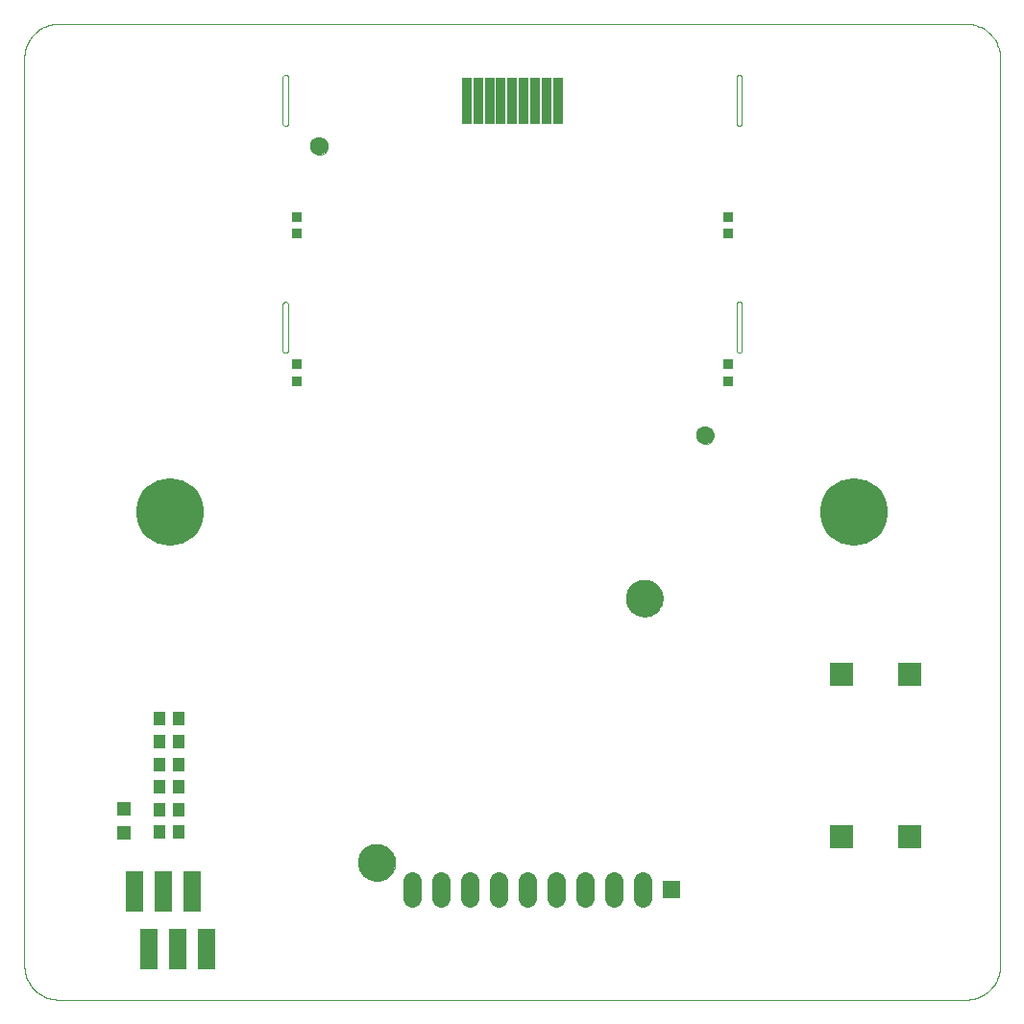
<source format=gts>
G75*
%MOIN*%
%OFA0B0*%
%FSLAX24Y24*%
%IPPOS*%
%LPD*%
%AMOC8*
5,1,8,0,0,1.08239X$1,22.5*
%
%ADD10C,0.0000*%
%ADD11R,0.0335X0.1615*%
%ADD12C,0.0631*%
%ADD13R,0.0355X0.0355*%
%ADD14C,0.2340*%
%ADD15R,0.0434X0.0473*%
%ADD16C,0.1300*%
%ADD17R,0.0634X0.0634*%
%ADD18C,0.0634*%
%ADD19R,0.0512X0.0512*%
%ADD20R,0.0631X0.1449*%
%ADD21R,0.0827X0.0827*%
D10*
X000554Y001735D02*
X000554Y033231D01*
X000556Y033297D01*
X000561Y033363D01*
X000571Y033429D01*
X000584Y033494D01*
X000600Y033558D01*
X000620Y033621D01*
X000644Y033683D01*
X000671Y033743D01*
X000701Y033802D01*
X000735Y033859D01*
X000772Y033914D01*
X000812Y033967D01*
X000854Y034018D01*
X000900Y034066D01*
X000948Y034112D01*
X000999Y034154D01*
X001052Y034194D01*
X001107Y034231D01*
X001164Y034265D01*
X001223Y034295D01*
X001283Y034322D01*
X001345Y034346D01*
X001408Y034366D01*
X001472Y034382D01*
X001537Y034395D01*
X001603Y034405D01*
X001669Y034410D01*
X001735Y034412D01*
X033231Y034412D01*
X033297Y034410D01*
X033363Y034405D01*
X033429Y034395D01*
X033494Y034382D01*
X033558Y034366D01*
X033621Y034346D01*
X033683Y034322D01*
X033743Y034295D01*
X033802Y034265D01*
X033859Y034231D01*
X033914Y034194D01*
X033967Y034154D01*
X034018Y034112D01*
X034066Y034066D01*
X034112Y034018D01*
X034154Y033967D01*
X034194Y033914D01*
X034231Y033859D01*
X034265Y033802D01*
X034295Y033743D01*
X034322Y033683D01*
X034346Y033621D01*
X034366Y033558D01*
X034382Y033494D01*
X034395Y033429D01*
X034405Y033363D01*
X034410Y033297D01*
X034412Y033231D01*
X034412Y001735D01*
X034410Y001669D01*
X034405Y001603D01*
X034395Y001537D01*
X034382Y001472D01*
X034366Y001408D01*
X034346Y001345D01*
X034322Y001283D01*
X034295Y001223D01*
X034265Y001164D01*
X034231Y001107D01*
X034194Y001052D01*
X034154Y000999D01*
X034112Y000948D01*
X034066Y000900D01*
X034018Y000854D01*
X033967Y000812D01*
X033914Y000772D01*
X033859Y000735D01*
X033802Y000701D01*
X033743Y000671D01*
X033683Y000644D01*
X033621Y000620D01*
X033558Y000600D01*
X033494Y000584D01*
X033429Y000571D01*
X033363Y000561D01*
X033297Y000556D01*
X033231Y000554D01*
X001735Y000554D01*
X001669Y000556D01*
X001603Y000561D01*
X001537Y000571D01*
X001472Y000584D01*
X001408Y000600D01*
X001345Y000620D01*
X001283Y000644D01*
X001223Y000671D01*
X001164Y000701D01*
X001107Y000735D01*
X001052Y000772D01*
X000999Y000812D01*
X000948Y000854D01*
X000900Y000900D01*
X000854Y000948D01*
X000812Y000999D01*
X000772Y001052D01*
X000735Y001107D01*
X000701Y001164D01*
X000671Y001223D01*
X000644Y001283D01*
X000620Y001345D01*
X000600Y001408D01*
X000584Y001472D01*
X000571Y001537D01*
X000561Y001603D01*
X000556Y001669D01*
X000554Y001735D01*
X012156Y005310D02*
X012158Y005360D01*
X012164Y005410D01*
X012174Y005459D01*
X012188Y005507D01*
X012205Y005554D01*
X012226Y005599D01*
X012251Y005643D01*
X012279Y005684D01*
X012311Y005723D01*
X012345Y005760D01*
X012382Y005794D01*
X012422Y005824D01*
X012464Y005851D01*
X012508Y005875D01*
X012554Y005896D01*
X012601Y005912D01*
X012649Y005925D01*
X012699Y005934D01*
X012748Y005939D01*
X012799Y005940D01*
X012849Y005937D01*
X012898Y005930D01*
X012947Y005919D01*
X012995Y005904D01*
X013041Y005886D01*
X013086Y005864D01*
X013129Y005838D01*
X013170Y005809D01*
X013209Y005777D01*
X013245Y005742D01*
X013277Y005704D01*
X013307Y005664D01*
X013334Y005621D01*
X013357Y005577D01*
X013376Y005531D01*
X013392Y005483D01*
X013404Y005434D01*
X013412Y005385D01*
X013416Y005335D01*
X013416Y005285D01*
X013412Y005235D01*
X013404Y005186D01*
X013392Y005137D01*
X013376Y005089D01*
X013357Y005043D01*
X013334Y004999D01*
X013307Y004956D01*
X013277Y004916D01*
X013245Y004878D01*
X013209Y004843D01*
X013170Y004811D01*
X013129Y004782D01*
X013086Y004756D01*
X013041Y004734D01*
X012995Y004716D01*
X012947Y004701D01*
X012898Y004690D01*
X012849Y004683D01*
X012799Y004680D01*
X012748Y004681D01*
X012699Y004686D01*
X012649Y004695D01*
X012601Y004708D01*
X012554Y004724D01*
X012508Y004745D01*
X012464Y004769D01*
X012422Y004796D01*
X012382Y004826D01*
X012345Y004860D01*
X012311Y004897D01*
X012279Y004936D01*
X012251Y004977D01*
X012226Y005021D01*
X012205Y005066D01*
X012188Y005113D01*
X012174Y005161D01*
X012164Y005210D01*
X012158Y005260D01*
X012156Y005310D01*
X021439Y014483D02*
X021441Y014533D01*
X021447Y014583D01*
X021457Y014632D01*
X021471Y014680D01*
X021488Y014727D01*
X021509Y014772D01*
X021534Y014816D01*
X021562Y014857D01*
X021594Y014896D01*
X021628Y014933D01*
X021665Y014967D01*
X021705Y014997D01*
X021747Y015024D01*
X021791Y015048D01*
X021837Y015069D01*
X021884Y015085D01*
X021932Y015098D01*
X021982Y015107D01*
X022031Y015112D01*
X022082Y015113D01*
X022132Y015110D01*
X022181Y015103D01*
X022230Y015092D01*
X022278Y015077D01*
X022324Y015059D01*
X022369Y015037D01*
X022412Y015011D01*
X022453Y014982D01*
X022492Y014950D01*
X022528Y014915D01*
X022560Y014877D01*
X022590Y014837D01*
X022617Y014794D01*
X022640Y014750D01*
X022659Y014704D01*
X022675Y014656D01*
X022687Y014607D01*
X022695Y014558D01*
X022699Y014508D01*
X022699Y014458D01*
X022695Y014408D01*
X022687Y014359D01*
X022675Y014310D01*
X022659Y014262D01*
X022640Y014216D01*
X022617Y014172D01*
X022590Y014129D01*
X022560Y014089D01*
X022528Y014051D01*
X022492Y014016D01*
X022453Y013984D01*
X022412Y013955D01*
X022369Y013929D01*
X022324Y013907D01*
X022278Y013889D01*
X022230Y013874D01*
X022181Y013863D01*
X022132Y013856D01*
X022082Y013853D01*
X022031Y013854D01*
X021982Y013859D01*
X021932Y013868D01*
X021884Y013881D01*
X021837Y013897D01*
X021791Y013918D01*
X021747Y013942D01*
X021705Y013969D01*
X021665Y013999D01*
X021628Y014033D01*
X021594Y014070D01*
X021562Y014109D01*
X021534Y014150D01*
X021509Y014194D01*
X021488Y014239D01*
X021471Y014286D01*
X021457Y014334D01*
X021447Y014383D01*
X021441Y014433D01*
X021439Y014483D01*
X023881Y020132D02*
X023883Y020166D01*
X023889Y020200D01*
X023899Y020233D01*
X023912Y020264D01*
X023930Y020294D01*
X023950Y020322D01*
X023974Y020347D01*
X024000Y020369D01*
X024028Y020387D01*
X024059Y020403D01*
X024091Y020415D01*
X024125Y020423D01*
X024159Y020427D01*
X024193Y020427D01*
X024227Y020423D01*
X024261Y020415D01*
X024293Y020403D01*
X024323Y020387D01*
X024352Y020369D01*
X024378Y020347D01*
X024402Y020322D01*
X024422Y020294D01*
X024440Y020264D01*
X024453Y020233D01*
X024463Y020200D01*
X024469Y020166D01*
X024471Y020132D01*
X024469Y020098D01*
X024463Y020064D01*
X024453Y020031D01*
X024440Y020000D01*
X024422Y019970D01*
X024402Y019942D01*
X024378Y019917D01*
X024352Y019895D01*
X024324Y019877D01*
X024293Y019861D01*
X024261Y019849D01*
X024227Y019841D01*
X024193Y019837D01*
X024159Y019837D01*
X024125Y019841D01*
X024091Y019849D01*
X024059Y019861D01*
X024028Y019877D01*
X024000Y019895D01*
X023974Y019917D01*
X023950Y019942D01*
X023930Y019970D01*
X023912Y020000D01*
X023899Y020031D01*
X023889Y020064D01*
X023883Y020098D01*
X023881Y020132D01*
X025258Y023093D02*
X025258Y024668D01*
X025259Y024668D02*
X025260Y024685D01*
X025265Y024702D01*
X025272Y024717D01*
X025282Y024731D01*
X025294Y024743D01*
X025308Y024753D01*
X025323Y024760D01*
X025340Y024765D01*
X025357Y024766D01*
X025374Y024765D01*
X025391Y024760D01*
X025406Y024753D01*
X025420Y024743D01*
X025432Y024731D01*
X025442Y024717D01*
X025449Y024702D01*
X025454Y024685D01*
X025455Y024668D01*
X025455Y023093D01*
X025454Y023076D01*
X025449Y023059D01*
X025442Y023044D01*
X025432Y023030D01*
X025420Y023018D01*
X025406Y023008D01*
X025391Y023001D01*
X025374Y022996D01*
X025357Y022995D01*
X025340Y022996D01*
X025323Y023001D01*
X025308Y023008D01*
X025294Y023018D01*
X025282Y023030D01*
X025272Y023044D01*
X025265Y023059D01*
X025260Y023076D01*
X025259Y023093D01*
X025258Y030967D02*
X025258Y032542D01*
X025259Y032542D02*
X025260Y032559D01*
X025265Y032576D01*
X025272Y032591D01*
X025282Y032605D01*
X025294Y032617D01*
X025308Y032627D01*
X025323Y032634D01*
X025340Y032639D01*
X025357Y032640D01*
X025374Y032639D01*
X025391Y032634D01*
X025406Y032627D01*
X025420Y032617D01*
X025432Y032605D01*
X025442Y032591D01*
X025449Y032576D01*
X025454Y032559D01*
X025455Y032542D01*
X025455Y030967D01*
X025454Y030950D01*
X025449Y030933D01*
X025442Y030918D01*
X025432Y030904D01*
X025420Y030892D01*
X025406Y030882D01*
X025391Y030875D01*
X025374Y030870D01*
X025357Y030869D01*
X025340Y030870D01*
X025323Y030875D01*
X025308Y030882D01*
X025294Y030892D01*
X025282Y030904D01*
X025272Y030918D01*
X025265Y030933D01*
X025260Y030950D01*
X025259Y030967D01*
X010495Y030172D02*
X010497Y030206D01*
X010503Y030240D01*
X010513Y030273D01*
X010526Y030304D01*
X010544Y030334D01*
X010564Y030362D01*
X010588Y030387D01*
X010614Y030409D01*
X010642Y030427D01*
X010673Y030443D01*
X010705Y030455D01*
X010739Y030463D01*
X010773Y030467D01*
X010807Y030467D01*
X010841Y030463D01*
X010875Y030455D01*
X010907Y030443D01*
X010937Y030427D01*
X010966Y030409D01*
X010992Y030387D01*
X011016Y030362D01*
X011036Y030334D01*
X011054Y030304D01*
X011067Y030273D01*
X011077Y030240D01*
X011083Y030206D01*
X011085Y030172D01*
X011083Y030138D01*
X011077Y030104D01*
X011067Y030071D01*
X011054Y030040D01*
X011036Y030010D01*
X011016Y029982D01*
X010992Y029957D01*
X010966Y029935D01*
X010938Y029917D01*
X010907Y029901D01*
X010875Y029889D01*
X010841Y029881D01*
X010807Y029877D01*
X010773Y029877D01*
X010739Y029881D01*
X010705Y029889D01*
X010673Y029901D01*
X010642Y029917D01*
X010614Y029935D01*
X010588Y029957D01*
X010564Y029982D01*
X010544Y030010D01*
X010526Y030040D01*
X010513Y030071D01*
X010503Y030104D01*
X010497Y030138D01*
X010495Y030172D01*
X009707Y030967D02*
X009707Y032542D01*
X009609Y032640D02*
X009592Y032639D01*
X009575Y032634D01*
X009560Y032627D01*
X009546Y032617D01*
X009534Y032605D01*
X009524Y032591D01*
X009517Y032576D01*
X009512Y032559D01*
X009511Y032542D01*
X009510Y032542D02*
X009510Y030967D01*
X009609Y030869D02*
X009626Y030870D01*
X009643Y030875D01*
X009658Y030882D01*
X009672Y030892D01*
X009684Y030904D01*
X009694Y030918D01*
X009701Y030933D01*
X009706Y030950D01*
X009707Y030967D01*
X009609Y030869D02*
X009592Y030870D01*
X009575Y030875D01*
X009560Y030882D01*
X009546Y030892D01*
X009534Y030904D01*
X009524Y030918D01*
X009517Y030933D01*
X009512Y030950D01*
X009511Y030967D01*
X009707Y032542D02*
X009706Y032559D01*
X009701Y032576D01*
X009694Y032591D01*
X009684Y032605D01*
X009672Y032617D01*
X009658Y032627D01*
X009643Y032634D01*
X009626Y032639D01*
X009609Y032640D01*
X009609Y024766D02*
X009592Y024765D01*
X009575Y024760D01*
X009560Y024753D01*
X009546Y024743D01*
X009534Y024731D01*
X009524Y024717D01*
X009517Y024702D01*
X009512Y024685D01*
X009511Y024668D01*
X009510Y024668D02*
X009510Y023093D01*
X009609Y022995D02*
X009626Y022996D01*
X009643Y023001D01*
X009658Y023008D01*
X009672Y023018D01*
X009684Y023030D01*
X009694Y023044D01*
X009701Y023059D01*
X009706Y023076D01*
X009707Y023093D01*
X009707Y024668D01*
X009706Y024685D01*
X009701Y024702D01*
X009694Y024717D01*
X009684Y024731D01*
X009672Y024743D01*
X009658Y024753D01*
X009643Y024760D01*
X009626Y024765D01*
X009609Y024766D01*
X009511Y023093D02*
X009512Y023076D01*
X009517Y023059D01*
X009524Y023044D01*
X009534Y023030D01*
X009546Y023018D01*
X009560Y023008D01*
X009575Y023001D01*
X009592Y022996D01*
X009609Y022995D01*
D11*
X015908Y031747D03*
X016302Y031747D03*
X016695Y031747D03*
X017089Y031747D03*
X017483Y031747D03*
X017877Y031747D03*
X018270Y031747D03*
X018664Y031747D03*
X019058Y031747D03*
D12*
X010790Y030172D03*
X024176Y020132D03*
D13*
X024963Y022010D03*
X024963Y022601D03*
X024963Y027129D03*
X024963Y027719D03*
X010003Y027719D03*
X010003Y027129D03*
X010003Y022601D03*
X010003Y022010D03*
D14*
X005613Y017483D03*
X029353Y017483D03*
D15*
X005908Y010298D03*
X005239Y010298D03*
X005239Y009510D03*
X005908Y009510D03*
X005908Y008723D03*
X005239Y008723D03*
X005239Y007936D03*
X005908Y007936D03*
X005908Y007148D03*
X005239Y007148D03*
X005239Y006361D03*
X005908Y006361D03*
D16*
X012786Y005310D03*
X022069Y014483D03*
D17*
X022995Y004384D03*
D18*
X021995Y004088D02*
X021995Y004681D01*
X020995Y004681D02*
X020995Y004088D01*
X019995Y004088D02*
X019995Y004681D01*
X018995Y004681D02*
X018995Y004088D01*
X017995Y004088D02*
X017995Y004681D01*
X016995Y004681D02*
X016995Y004088D01*
X015995Y004088D02*
X015995Y004681D01*
X014995Y004681D02*
X014995Y004088D01*
X013995Y004088D02*
X013995Y004681D01*
D19*
X003999Y006341D03*
X003999Y007168D03*
D20*
X004363Y004310D03*
X005363Y004310D03*
X006363Y004310D03*
X006863Y002310D03*
X005863Y002310D03*
X004863Y002310D03*
D21*
X028900Y006197D03*
X031262Y006197D03*
X031262Y011840D03*
X028900Y011840D03*
M02*

</source>
